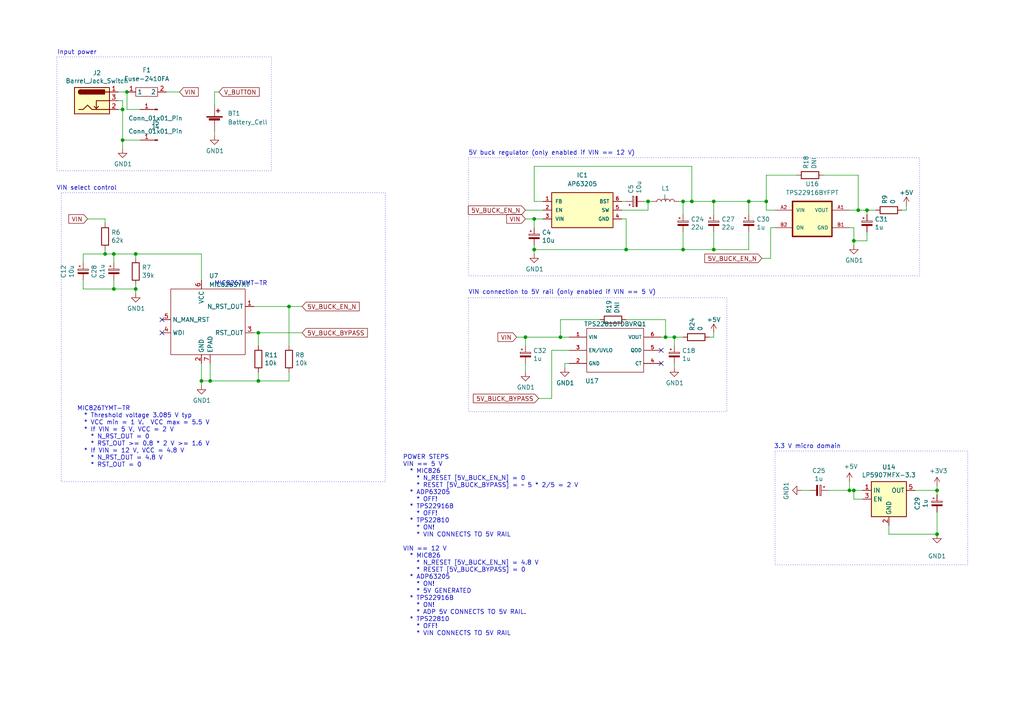
<source format=kicad_sch>
(kicad_sch (version 20231120) (generator "eeschema") (generator_version "8.0")
  (paper "A4")
  (lib_symbols
    (symbol "Connector:Barrel_Jack_Switch" (pin_names hide)
      (property "Reference" "J" (at 0 5.334 0))
      (property "Value" "Barrel_Jack_Switch" (at 0 -5.08 0))
      (symbol "Barrel_Jack_Switch_0_1"
        (rectangle (start -5.08 3.81) (end 5.08 -3.81) (stroke (width 0.254)) (fill (type background)))
        (arc (start -3.302 3.175) (mid -3.9343 2.54) (end -3.302 1.905) (stroke (width 0.254)))
        (arc (start -3.302 3.175) (mid -3.9343 2.54) (end -3.302 1.905) (stroke (width 0.254)) (fill (type outline)))
        (polyline (pts (xy 1.27 -2.286) (xy 1.905 -1.651)) (stroke (width 0.254)))
        (polyline (pts (xy 5.08 2.54) (xy 3.81 2.54)) (stroke (width 0.254)))
        (polyline (pts (xy 5.08 0) (xy 1.27 0) (xy 1.27 -2.286) (xy 0.635 -1.651)) (stroke (width 0.254)))
        (polyline (pts (xy -3.81 -2.54) (xy -2.54 -2.54) (xy -1.27 -1.27) (xy 0 -2.54) (xy 2.54 -2.54) (xy 5.08 -2.54)) (stroke (width 0.254)))
        (rectangle (start 3.683 3.175) (end -3.302 1.905) (stroke (width 0.254)) (fill (type outline)))
      )
      (symbol "Barrel_Jack_Switch_1_1"
        (pin passive line (at 7.62 2.54 180) (length 2.54) (name "~") (number "1"))
        (pin passive line (at 7.62 -2.54 180) (length 2.54) (name "~") (number "2"))
        (pin passive line (at 7.62 0 180) (length 2.54) (name "~") (number "3"))
      )
    )
    (symbol "Connector:Conn_01x01_Pin" (pin_names (offset 1.016) hide)
      (property "Reference" "J" (at 0 2.54 0))
      (property "Value" "Conn_01x01_Pin" (at 0 -2.54 0))
      (symbol "Conn_01x01_Pin_1_1"
        (polyline (pts (xy 1.27 0) (xy 0.8636 0)) (stroke (width 0.1524)))
        (rectangle (start 0.8636 0.127) (end 0 -0.127) (stroke (width 0.1524)) (fill (type outline)))
        (pin passive line (at 5.08 0 180) (length 3.81) (name "Pin_1") (number "1"))
      )
    )
    (symbol "Device:Battery_Cell" (pin_numbers hide) (pin_names (offset 0) hide)
      (property "Reference" "BT" (at 2.54 2.54 0))
      (property "Value" "Battery_Cell" (at 2.54 0 0))
      (symbol "Battery_Cell_0_1"
        (rectangle (start -2.286 1.778) (end 2.286 1.524) (fill (type outline)))
        (rectangle (start -1.5748 1.1938) (end 1.4732 0.6858) (fill (type outline)))
        (polyline (pts (xy 0 0.762) (xy 0 0)))
        (polyline (pts (xy 0 1.778) (xy 0 2.54)))
        (polyline (pts (xy 0.508 3.429) (xy 1.524 3.429)) (stroke (width 0.254)))
        (polyline (pts (xy 1.016 3.937) (xy 1.016 2.921)) (stroke (width 0.254)))
      )
      (symbol "Battery_Cell_1_1"
        (pin passive line (at 0 5.08 270) (length 2.54) (name "+") (number "1"))
        (pin passive line (at 0 -2.54 90) (length 2.54) (name "-") (number "2"))
      )
    )
    (symbol "Device:L" (pin_numbers hide) (pin_names (offset 1.016) hide)
      (property "Reference" "L" (at -1.27 0 90))
      (property "Value" "L" (at 1.905 0 90))
      (symbol "L_0_1"
        (arc (start 0 -2.54) (mid 0.6323 -1.905) (end 0 -1.27))
        (arc (start 0 -1.27) (mid 0.6323 -0.635) (end 0 0))
        (arc (start 0 0) (mid 0.6323 0.635) (end 0 1.27))
        (arc (start 0 1.27) (mid 0.6323 1.905) (end 0 2.54))
      )
      (symbol "L_1_1"
        (pin passive line (at 0 3.81 270) (length 1.27) (name "1") (number "1"))
        (pin passive line (at 0 -3.81 90) (length 1.27) (name "2") (number "2"))
      )
    )
    (symbol "Device:R" (pin_numbers hide) (pin_names (offset 0))
      (property "Reference" "R" (at 2.032 0 90))
      (property "Value" "R" (at 0 0 90))
      (symbol "R_0_1"
        (rectangle (start -1.016 -2.54) (end 1.016 2.54) (stroke (width 0.254)))
      )
      (symbol "R_1_1"
        (pin passive line (at 0 3.81 270) (length 1.27) (name "~") (number "1"))
        (pin passive line (at 0 -3.81 90) (length 1.27) (name "~") (number "2"))
      )
    )
    (symbol "Regulator_Linear:LP5907MFX-3.3"
      (property "Reference" "U" (at -3.81 6.35 0))
      (property "Value" "LP5907MFX-3.3" (at 6.35 6.35 0))
      (symbol "LP5907MFX-3.3_0_1"
        (rectangle (start -5.08 -5.08) (end 5.08 5.08) (stroke (width 0.254)) (fill (type background)))
        (pin power_in line (at -7.62 2.54 0) (length 2.54) (name "IN") (number "1"))
        (pin power_in line (at 0 -7.62 90) (length 2.54) (name "GND") (number "2"))
        (pin input line (at -7.62 0 0) (length 2.54) (name "EN") (number "3"))
        (pin no_connect line (at 5.08 0 180) (length 2.54) hide (name "NC") (number "4"))
        (pin power_out line (at 7.62 2.54 180) (length 2.54) (name "OUT") (number "5"))
      )
    )
    (symbol "power:+5V" (power) (pin_names (offset 0))
      (property "Value" "+5V" (at 0 3.556 0))
      (symbol "+5V_0_1"
        (polyline (pts (xy -0.762 1.27) (xy 0 2.54)))
        (polyline (pts (xy 0 0) (xy 0 2.54)))
        (polyline (pts (xy 0 2.54) (xy 0.762 1.27)))
      )
      (symbol "+5V_1_1"
        (pin power_in line (at 0 0 90) (length 0) hide (name "+5V") (number "1"))
      )
    )
    (symbol "power:GND1" (power) (pin_names (offset 0))
      (property "Value" "GND1" (at 0 -3.81 0))
      (symbol "GND1_0_1"
        (polyline (pts (xy 0 0) (xy 0 -1.27) (xy 1.27 -1.27) (xy 0 -2.54) (xy -1.27 -1.27) (xy 0 -1.27)))
      )
      (symbol "GND1_1_1"
        (pin power_in line (at 0 0 270) (length 0) hide (name "GND1") (number "1"))
      )
    )
    (symbol "spudglo_driver_v3p1-rescue:+3.3V-power" (power) (pin_names (offset 0))
      (property "Value" "+3.3V-power" (at 0 3.556 0))
      (symbol "+3.3V-power_0_1"
        (polyline (pts (xy -0.762 1.27) (xy 0 2.54)))
        (polyline (pts (xy 0 0) (xy 0 2.54)))
        (polyline (pts (xy 0 2.54) (xy 0.762 1.27)))
      )
      (symbol "+3.3V-power_1_1"
        (pin power_in line (at 0 0 90) (length 0) hide (name "+3V3") (number "1"))
      )
    )
    (symbol "spudglo_driver_v3p1-rescue:CP_Small-Device" (pin_numbers hide) (pin_names (offset 0.254) hide)
      (property "Reference" "C" (at 0.254 1.778 0))
      (property "Value" "CP_Small-Device" (at 0.254 -2.032 0))
      (symbol "CP_Small-Device_0_1"
        (rectangle (start -1.524 -0.3048) (end 1.524 -0.6858) (fill (type outline)))
        (rectangle (start -1.524 0.6858) (end 1.524 0.3048))
        (polyline (pts (xy -1.27 1.524) (xy -0.762 1.524)))
        (polyline (pts (xy -1.016 1.27) (xy -1.016 1.778)))
      )
      (symbol "CP_Small-Device_1_1"
        (pin passive line (at 0 2.54 270) (length 1.8542) (name "~") (number "1"))
        (pin passive line (at 0 -2.54 90) (length 1.8542) (name "~") (number "2"))
      )
    )
    (symbol "srw_custom:AP63205" (pin_names (offset 1.016))
      (property "Reference" "IC" (at 0 6.35 0))
      (property "Value" "AP63205" (at 0 -6.35 0))
      (symbol "AP63205_0_0"
        (rectangle (start -8.89 -5.08) (end 8.89 5.08) (stroke (width 0.254)) (fill (type background)))
        (pin bidirectional line (at -11.43 2.54 0) (length 2.54) (name "FB") (number "1"))
        (pin bidirectional line (at -11.43 0 0) (length 2.54) (name "EN") (number "2"))
        (pin bidirectional line (at -11.43 -2.54 0) (length 2.54) (name "VIN") (number "3"))
        (pin bidirectional line (at 11.43 -2.54 180) (length 2.54) (name "GND") (number "4"))
        (pin bidirectional line (at 11.43 0 180) (length 2.54) (name "SW") (number "5"))
        (pin bidirectional line (at 11.43 2.54 180) (length 2.54) (name "BST") (number "6"))
      )
    )
    (symbol "srw_custom:Fuse-2410FA"
      (property "Reference" "F" (at 0 0 0))
      (property "Value" "Fuse-2410FA" (at 0 2.54 0))
      (symbol "Fuse-2410FA_0_1"
        (rectangle (start 0 -2.54) (end 6.35 -5.08))
      )
      (symbol "Fuse-2410FA_1_1"
        (pin input line (at -2.54 -3.81 0) (length 2.54) (name "1") (number "1"))
        (pin input line (at 8.89 -3.81 180) (length 2.54) (name "2") (number "2"))
      )
    )
    (symbol "srw_custom:MIC826SYMT"
      (property "Reference" "U" (at -1.778 2.54 0))
      (symbol "MIC826SYMT_1_1"
        (rectangle (start 0 0) (end 21.59 -19.05))
        (pin input line (at 24.13 -5.08 180) (length 2.54) (name "N_RST_OUT") (number "1"))
        (pin input line (at 8.89 -21.59 90) (length 2.54) (name "GND") (number "2"))
        (pin input line (at 24.13 -12.7 180) (length 2.54) (name "RST_OUT") (number "3"))
        (pin input line (at -2.54 -12.7 0) (length 2.54) (name "WDI") (number "4"))
        (pin input line (at -2.54 -8.89 0) (length 2.54) (name "N_MAN_RST") (number "5"))
        (pin input line (at 8.89 2.54 270) (length 2.54) (name "VCC") (number "6"))
        (pin input line (at 11.43 -21.59 90) (length 2.54) (name "EPAD") (number "7"))
      )
    )
    (symbol "srw_custom:TPS22810TDBVRQ1"
      (property "Reference" "U" (at -1.778 1.778 0))
      (symbol "TPS22810TDBVRQ1_0_0"
        (pin bidirectional line (at -5.08 -2.54 0) (length 5.08) (name "VIN") (number "1"))
        (pin bidirectional line (at -5.08 -10.16 0) (length 5.08) (name "GND") (number "2"))
        (pin bidirectional line (at -5.08 -6.35 0) (length 5.08) (name "EN/UVLO") (number "3"))
        (pin bidirectional line (at 21.59 -10.16 180) (length 5.08) (name "CT") (number "4"))
        (pin bidirectional line (at 21.59 -6.35 180) (length 5.08) (name "QOD") (number "5"))
        (pin bidirectional line (at 21.59 -2.54 180) (length 5.08) (name "VOUT") (number "6"))
      )
      (symbol "TPS22810TDBVRQ1_1_1"
        (rectangle (start 0 0) (end 16.51 -12.7))
      )
    )
    (symbol "srw_custom:TPS22916BYFPT" (pin_names (offset 1.016))
      (property "Reference" "U" (at -17.8193 8.6391 0))
      (property "Value" "TPS22916BYFPT" (at -29.464 -5.842 0))
      (symbol "TPS22916BYFPT_0_0"
        (rectangle (start -17.78 7.62) (end -6.35 -2.54) (stroke (width 0.41)) (fill (type background)))
        (pin output line (at -1.27 5.08 180) (length 5.08) (name "VOUT") (number "A1"))
        (pin input line (at -22.86 5.08 0) (length 5.08) (name "VIN") (number "A2"))
        (pin power_in line (at -1.27 0 180) (length 5.08) (name "GND") (number "B1"))
        (pin bidirectional line (at -22.86 0 0) (length 5.08) (name "ON") (number "B2"))
      )
    )
  )
  (junction (at 207.01 72.39))
  (junction (at 83.82 88.9))
  (junction (at 36.83 26.67))
  (junction (at 152.4 97.79))
  (junction (at 195.58 97.79))
  (junction (at 33.02 73.66))
  (junction (at 193.04 97.79))
  (junction (at 154.94 63.5))
  (junction (at 207.01 58.42))
  (junction (at 74.93 96.52))
  (junction (at 246.38 142.24))
  (junction (at 58.42 110.49))
  (junction (at 154.94 72.39))
  (junction (at 39.37 73.66))
  (junction (at 33.02 83.82))
  (junction (at 247.65 142.24))
  (junction (at 248.92 60.96))
  (junction (at 35.56 31.75))
  (junction (at 200.66 58.42))
  (junction (at 60.96 110.49))
  (junction (at 35.56 40.64))
  (junction (at 30.48 73.66))
  (junction (at 271.78 154.94))
  (junction (at 198.12 72.39))
  (junction (at 162.56 97.79))
  (junction (at 271.78 142.24))
  (junction (at 39.37 83.82))
  (junction (at 247.65 69.85))
  (junction (at 198.12 58.42))
  (junction (at 187.96 58.42))
  (junction (at 222.25 58.42))
  (junction (at 251.46 60.96))
  (junction (at 217.17 58.42))
  (junction (at 74.93 110.49))
  (junction (at 181.61 72.39))
  (no_connect (at 191.77 101.6))
  (no_connect (at 46.99 92.71))
  (no_connect (at 191.77 105.41))
  (no_connect (at 46.99 96.52))
  (wire (pts (xy 33.02 73.66) (xy 39.37 73.66)))
  (wire (pts (xy 33.02 83.82) (xy 24.13 83.82)))
  (wire (pts (xy 222.25 60.96) (xy 224.79 60.96)))
  (wire (pts (xy 207.01 97.79) (xy 207.01 96.52)))
  (wire (pts (xy 33.02 81.28) (xy 33.02 83.82)))
  (wire (pts (xy 247.65 66.04) (xy 247.65 69.85)))
  (wire (pts (xy 40.64 31.75) (xy 36.83 31.75)))
  (wire (pts (xy 33.02 83.82) (xy 39.37 83.82)))
  (wire (pts (xy 83.82 107.95) (xy 83.82 110.49)))
  (wire (pts (xy 251.46 69.85) (xy 247.65 69.85)))
  (wire (pts (xy 257.81 152.4) (xy 257.81 154.94)))
  (wire (pts (xy 251.46 62.23) (xy 251.46 60.96)))
  (wire (pts (xy 193.04 97.79) (xy 195.58 97.79)))
  (wire (pts (xy 271.78 142.24) (xy 265.43 142.24)))
  (wire (pts (xy 35.56 40.64) (xy 40.64 40.64)))
  (wire (pts (xy 154.94 63.5) (xy 157.48 63.5)))
  (wire (pts (xy 58.42 110.49) (xy 58.42 111.76)))
  (wire (pts (xy 33.02 73.66) (xy 33.02 76.2)))
  (wire (pts (xy 180.34 58.42) (xy 181.61 58.42)))
  (wire (pts (xy 181.61 63.5) (xy 180.34 63.5)))
  (wire (pts (xy 39.37 82.55) (xy 39.37 83.82)))
  (wire (pts (xy 162.56 97.79) (xy 165.1 97.79)))
  (wire (pts (xy 154.94 48.26) (xy 200.66 48.26)))
  (wire (pts (xy 246.38 66.04) (xy 247.65 66.04)))
  (wire (pts (xy 196.85 58.42) (xy 198.12 58.42)))
  (wire (pts (xy 30.48 64.77) (xy 30.48 63.5)))
  (wire (pts (xy 217.17 62.23) (xy 217.17 58.42)))
  (wire (pts (xy 34.29 26.67) (xy 36.83 26.67)))
  (wire (pts (xy 74.93 107.95) (xy 74.93 110.49)))
  (wire (pts (xy 232.41 142.24) (xy 234.95 142.24)))
  (wire (pts (xy 163.83 105.41) (xy 165.1 105.41)))
  (wire (pts (xy 73.66 96.52) (xy 74.93 96.52)))
  (wire (pts (xy 251.46 60.96) (xy 254 60.96)))
  (wire (pts (xy 223.52 66.04) (xy 224.79 66.04)))
  (wire (pts (xy 246.38 60.96) (xy 248.92 60.96)))
  (wire (pts (xy 217.17 58.42) (xy 222.25 58.42)))
  (wire (pts (xy 39.37 73.66) (xy 39.37 74.93)))
  (wire (pts (xy 246.38 139.7) (xy 246.38 142.24)))
  (wire (pts (xy 60.96 105.41) (xy 60.96 110.49)))
  (wire (pts (xy 195.58 97.79) (xy 195.58 100.33)))
  (wire (pts (xy 181.61 92.71) (xy 193.04 92.71)))
  (wire (pts (xy 163.83 106.68) (xy 163.83 105.41)))
  (wire (pts (xy 198.12 67.31) (xy 198.12 72.39)))
  (wire (pts (xy 160.02 115.57) (xy 160.02 101.6)))
  (wire (pts (xy 83.82 100.33) (xy 83.82 88.9)))
  (wire (pts (xy 217.17 72.39) (xy 217.17 67.31)))
  (wire (pts (xy 154.94 72.39) (xy 154.94 73.66)))
  (wire (pts (xy 58.42 105.41) (xy 58.42 110.49)))
  (wire (pts (xy 74.93 110.49) (xy 83.82 110.49)))
  (wire (pts (xy 262.89 59.69) (xy 262.89 60.96)))
  (wire (pts (xy 250.19 142.24) (xy 247.65 142.24)))
  (wire (pts (xy 247.65 144.78) (xy 247.65 142.24)))
  (wire (pts (xy 60.96 110.49) (xy 74.93 110.49)))
  (wire (pts (xy 149.86 97.79) (xy 152.4 97.79)))
  (wire (pts (xy 154.94 66.04) (xy 154.94 63.5)))
  (wire (pts (xy 48.26 26.67) (xy 52.07 26.67)))
  (wire (pts (xy 74.93 96.52) (xy 74.93 100.33)))
  (wire (pts (xy 261.62 60.96) (xy 262.89 60.96)))
  (wire (pts (xy 191.77 97.79) (xy 193.04 97.79)))
  (wire (pts (xy 207.01 72.39) (xy 217.17 72.39)))
  (wire (pts (xy 39.37 83.82) (xy 39.37 85.09)))
  (wire (pts (xy 248.92 60.96) (xy 251.46 60.96)))
  (wire (pts (xy 74.93 96.52) (xy 87.63 96.52)))
  (wire (pts (xy 205.74 97.79) (xy 207.01 97.79)))
  (wire (pts (xy 30.48 72.39) (xy 30.48 73.66)))
  (wire (pts (xy 35.56 31.75) (xy 35.56 29.21)))
  (wire (pts (xy 35.56 29.21) (xy 34.29 29.21)))
  (wire (pts (xy 257.81 154.94) (xy 271.78 154.94)))
  (wire (pts (xy 187.96 58.42) (xy 189.23 58.42)))
  (wire (pts (xy 271.78 143.51) (xy 271.78 142.24)))
  (wire (pts (xy 152.4 100.33) (xy 152.4 97.79)))
  (wire (pts (xy 160.02 101.6) (xy 165.1 101.6)))
  (wire (pts (xy 207.01 67.31) (xy 207.01 72.39)))
  (wire (pts (xy 62.23 30.48) (xy 62.23 26.67)))
  (wire (pts (xy 24.13 76.2) (xy 24.13 73.66)))
  (wire (pts (xy 250.19 144.78) (xy 247.65 144.78)))
  (wire (pts (xy 173.99 92.71) (xy 162.56 92.71)))
  (wire (pts (xy 198.12 72.39) (xy 207.01 72.39)))
  (wire (pts (xy 39.37 73.66) (xy 58.42 73.66)))
  (wire (pts (xy 34.29 31.75) (xy 35.56 31.75)))
  (wire (pts (xy 62.23 26.67) (xy 63.5 26.67)))
  (wire (pts (xy 246.38 142.24) (xy 240.03 142.24)))
  (wire (pts (xy 62.23 38.1) (xy 62.23 39.37)))
  (wire (pts (xy 152.4 63.5) (xy 154.94 63.5)))
  (wire (pts (xy 24.13 73.66) (xy 30.48 73.66)))
  (wire (pts (xy 35.56 40.64) (xy 35.56 43.18)))
  (wire (pts (xy 152.4 97.79) (xy 162.56 97.79)))
  (wire (pts (xy 248.92 60.96) (xy 248.92 50.8)))
  (wire (pts (xy 181.61 63.5) (xy 181.61 72.39)))
  (wire (pts (xy 35.56 31.75) (xy 35.56 40.64)))
  (wire (pts (xy 200.66 58.42) (xy 207.01 58.42)))
  (wire (pts (xy 222.25 58.42) (xy 222.25 60.96)))
  (wire (pts (xy 248.92 50.8) (xy 238.76 50.8)))
  (wire (pts (xy 30.48 73.66) (xy 33.02 73.66)))
  (wire (pts (xy 207.01 58.42) (xy 217.17 58.42)))
  (wire (pts (xy 181.61 72.39) (xy 198.12 72.39)))
  (wire (pts (xy 223.52 66.04) (xy 223.52 74.93)))
  (wire (pts (xy 251.46 67.31) (xy 251.46 69.85)))
  (wire (pts (xy 36.83 31.75) (xy 36.83 26.67)))
  (wire (pts (xy 198.12 58.42) (xy 198.12 62.23)))
  (wire (pts (xy 156.21 115.57) (xy 160.02 115.57)))
  (wire (pts (xy 154.94 58.42) (xy 157.48 58.42)))
  (wire (pts (xy 154.94 72.39) (xy 181.61 72.39)))
  (wire (pts (xy 271.78 148.59) (xy 271.78 154.94)))
  (wire (pts (xy 180.34 60.96) (xy 187.96 60.96)))
  (wire (pts (xy 152.4 60.96) (xy 157.48 60.96)))
  (wire (pts (xy 271.78 142.24) (xy 271.78 140.97)))
  (wire (pts (xy 154.94 71.12) (xy 154.94 72.39)))
  (wire (pts (xy 58.42 73.66) (xy 58.42 81.28)))
  (wire (pts (xy 195.58 105.41) (xy 195.58 106.68)))
  (wire (pts (xy 154.94 48.26) (xy 154.94 58.42)))
  (wire (pts (xy 247.65 142.24) (xy 246.38 142.24)))
  (wire (pts (xy 222.25 58.42) (xy 222.25 50.8)))
  (wire (pts (xy 58.42 110.49) (xy 60.96 110.49)))
  (wire (pts (xy 73.66 88.9) (xy 83.82 88.9)))
  (wire (pts (xy 195.58 97.79) (xy 198.12 97.79)))
  (wire (pts (xy 193.04 92.71) (xy 193.04 97.79)))
  (wire (pts (xy 207.01 58.42) (xy 207.01 62.23)))
  (wire (pts (xy 162.56 92.71) (xy 162.56 97.79)))
  (wire (pts (xy 222.25 50.8) (xy 231.14 50.8)))
  (wire (pts (xy 186.69 58.42) (xy 187.96 58.42)))
  (wire (pts (xy 24.13 83.82) (xy 24.13 81.28)))
  (wire (pts (xy 152.4 105.41) (xy 152.4 107.95)))
  (wire (pts (xy 187.96 60.96) (xy 187.96 58.42)))
  (wire (pts (xy 200.66 48.26) (xy 200.66 58.42)))
  (wire (pts (xy 220.98 74.93) (xy 223.52 74.93)))
  (wire (pts (xy 83.82 88.9) (xy 87.63 88.9)))
  (wire (pts (xy 247.65 69.85) (xy 247.65 71.12)))
  (wire (pts (xy 198.12 58.42) (xy 200.66 58.42)))
  (wire (pts (xy 25.4 63.5) (xy 30.48 63.5)))
  (rectangle (start 135.89 45.72) (end 266.7 80.01) (stroke (width 0) (type dot)))
  (rectangle (start 16.51 16.51) (end 78.74 49.53) (stroke (width 0) (type dot)))
  (rectangle (start 135.89 86.36) (end 210.82 119.38) (stroke (width 0) (type dot)))
  (rectangle (start 17.78 55.88) (end 111.76 139.7) (stroke (width 0) (type dot)))
  (rectangle (start 224.79 130.81) (end 280.67 163.83) (stroke (width 0) (type dot)))
  (text "VIN select control" (at 25.146 54.61 0) (effects (font (size 1.27 1.27))))
  (text "VIN connection to 5V rail (only enabled if VIN == 5 V)" (at 163.068 84.836 0) (effects (font (size 1.27 1.27))))
  (text "5V buck regulator (only enabled if VIN == 12 V)" (at 160.02 44.45 0) (effects (font (size 1.27 1.27))))
  (text "MIC826TYMT-TR" (at 69.85 82.296 0) (effects (font (size 1.27 1.27))))
  (text "POWER STEPS\nVIN == 5 V\n  * MIC826\n    * N_RESET [5V_BUCK_EN_N] = 0\n    * RESET [5V_BUCK_BYPASS] = ~ 5 * 2/5 = 2 V\n  * ADP63205\n    * OFF! \n  * TPS22916B\n    * OFF! \n  * TPS22810\n    * ON!  \n    * VIN CONNECTS TO 5V RAIL\n\nVIN == 12 V\n  * MIC826 \n    * N_RESET [5V_BUCK_EN_N] = 4.8 V\n    * RESET [5V_BUCK_BYPASS] = 0\n  * ADP63205\n    * ON! \n    * 5V GENERATED\n  * TPS22916B\n    * ON!\n    * ADP 5V CONNECTS TO 5V RAIL.\n  * TPS22810\n    * OFF!  \n    * VIN CONNECTS TO 5V RAIL" (at 116.84 158.242 0) (effects (font (size 1.27 1.27)) (justify left)))
  (text "Input power\n" (at 22.352 15.24 0) (effects (font (size 1.27 1.27))))
  (text "MIC826TYMT-TR\n  * Threshold voltage 3.085 V typ\n  * VCC min = 1 V.  VCC max = 5.5 V\n  * If VIN = 5 V, VCC = 2 V\n    * N_RST_OUT = 0 \n    * RST_OUT >= 0.8 * 2 V >= 1.6 V\n  * If VIN = 12 V, VCC = 4.8 V\n    * N_RST_OUT = 4.8 V \n    * RST_OUT = 0 \n" (at 22.352 126.746 0) (effects (font (size 1.27 1.27)) (justify left)))
  (text "3.3 V micro domain" (at 234.188 129.54 0) (effects (font (size 1.27 1.27))))
  (global_label "V_BUTTON" (shape input) (at 63.5 26.67 0) (property "Intersheetrefs" "${INTERSHEET_REFS}" (effects (hide yes))))
  (global_label "VIN" (shape input) (at 149.86 97.79 180) (property "Intersheetrefs" "${INTERSHEET_REFS}" (effects (hide yes))))
  (global_label "5V_BUCK_EN_N" (shape input) (at 220.98 74.93 180) (property "Intersheetrefs" "${INTERSHEET_REFS}" (effects (hide yes))))
  (global_label "VIN" (shape input) (at 152.4 63.5 180) (property "Intersheetrefs" "${INTERSHEET_REFS}" (effects (hide yes))))
  (global_label "5V_BUCK_EN_N" (shape input) (at 152.4 60.96 180) (property "Intersheetrefs" "${INTERSHEET_REFS}" (effects (hide yes))))
  (global_label "VIN" (shape input) (at 25.4 63.5 180) (property "Intersheetrefs" "${INTERSHEET_REFS}" (effects (hide yes))))
  (global_label "5V_BUCK_EN_N" (shape input) (at 87.63 88.9 0) (property "Intersheetrefs" "${INTERSHEET_REFS}" (effects (hide yes))))
  (global_label "5V_BUCK_BYPASS" (shape input) (at 156.21 115.57 180) (property "Intersheetrefs" "${INTERSHEET_REFS}" (effects (hide yes))))
  (global_label "5V_BUCK_BYPASS" (shape input) (at 87.63 96.52 0) (property "Intersheetrefs" "${INTERSHEET_REFS}" (effects (hide yes))))
  (global_label "VIN" (shape input) (at 52.07 26.67 0) (property "Intersheetrefs" "${INTERSHEET_REFS}" (effects (hide yes))))
  (symbol (lib_id "power:GND1") (at 154.94 73.66 0) (unit 1)
    (property "Reference" "#PWR029" (effects (hide yes)))
    (property "Value" "GND1" (at 155.067 78.0542 0))
  )
  (symbol (lib_id "srw_custom:TPS22810TDBVRQ1") (at 170.18 95.25 0) (unit 1)
    (property "Reference" "U17" (at 171.704 110.49 0))
    (property "Value" "TPS22810TDBVRQ1" (at 178.435 93.98 0))
    (property "Footprint" "srw_custom:TPS22810TDBVRQ1" (effects (hide yes)))
  )
  (symbol (lib_id "Connector:Conn_01x01_Pin") (at 45.72 40.64 180) (unit 1)
    (property "Reference" "J5" (at 45.085 35.56 0))
    (property "Value" "Conn_01x01_Pin" (at 45.085 38.1 0))
    (property "Footprint" "Connector_Pin:Pin_D1.3mm_L11.0mm_LooseFit" (effects (hide yes)))
    (property "Description" "Generic connector, single row, 01x01, script generated" (effects (hide yes)))
  )
  (symbol (lib_id "spudglo_driver_v3p1-rescue:CP_Small-Device") (at 152.4 102.87 0) (unit 1)
    (property "Reference" "C32" (at 154.6352 101.7016 0) (effects (justify left)))
    (property "Value" "1u" (at 154.6352 104.013 0) (effects (justify left)))
    (property "Footprint" "Capacitor_SMD:C_0402_1005Metric_Pad0.74x0.62mm_HandSolder" (effects (hide yes)))
  )
  (symbol (lib_id "spudglo_driver_v3p1-rescue:CP_Small-Device") (at 195.58 102.87 0) (unit 1)
    (property "Reference" "C18" (at 197.8152 101.7016 0) (effects (justify left)))
    (property "Value" "1u" (at 197.8152 104.013 0) (effects (justify left)))
    (property "Footprint" "Capacitor_SMD:C_0402_1005Metric_Pad0.74x0.62mm_HandSolder" (effects (hide yes)))
  )
  (symbol (lib_id "spudglo_driver_v3p1-rescue:CP_Small-Device") (at 237.49 142.24 270) (unit 1)
    (property "Reference" "C25" (at 237.49 136.525 90))
    (property "Value" "1u" (at 237.49 138.8364 90))
    (property "Footprint" "Capacitor_SMD:C_0402_1005Metric_Pad0.74x0.62mm_HandSolder" (effects (hide yes)))
  )
  (symbol (lib_id "Device:Battery_Cell") (at 62.23 35.56 0) (unit 1)
    (property "Reference" "BT1" (at 66.04 32.893 0) (effects (justify left)))
    (property "Value" "Battery_Cell" (at 66.04 35.433 0) (effects (justify left)))
    (property "Footprint" "Battery:BatteryHolder_Keystone_500" (effects (hide yes)))
  )
  (symbol (lib_id "spudglo_driver_v3p1-rescue:CP_Small-Device") (at 33.02 78.74 0) (unit 1)
    (property "Reference" "C28" (at 27.305 78.74 90))
    (property "Value" "0.1u" (at 29.6164 78.74 90))
    (property "Footprint" "Capacitor_SMD:C_0402_1005Metric_Pad0.74x0.62mm_HandSolder" (effects (hide yes)))
  )
  (symbol (lib_id "power:GND1") (at 163.83 106.68 0) (unit 1)
    (property "Reference" "#PWR035" (effects (hide yes)))
    (property "Value" "GND1" (at 163.957 111.0742 0))
  )
  (symbol (lib_id "Device:R") (at 30.48 68.58 0) (unit 1)
    (property "Reference" "R6" (at 32.258 67.4116 0) (effects (justify left)))
    (property "Value" "62k" (at 32.258 69.723 0) (effects (justify left)))
    (property "Footprint" "Resistor_SMD:R_0402_1005Metric_Pad0.72x0.64mm_HandSolder" (effects (hide yes)))
  )
  (symbol (lib_id "Device:R") (at 74.93 104.14 0) (unit 1)
    (property "Reference" "R11" (at 76.708 102.9716 0) (effects (justify left)))
    (property "Value" "10k" (at 76.708 105.283 0) (effects (justify left)))
    (property "Footprint" "Resistor_SMD:R_0402_1005Metric_Pad0.72x0.64mm_HandSolder" (effects (hide yes)))
  )
  (symbol (lib_id "power:GND1") (at 58.42 111.76 0) (unit 1)
    (property "Reference" "#PWR033" (effects (hide yes)))
    (property "Value" "GND1" (at 58.547 116.1542 0))
  )
  (symbol (lib_id "power:+5V") (at 207.01 96.52 0) (unit 1)
    (property "Reference" "#PWR024" (effects (hide yes)))
    (property "Value" "+5V" (at 207.01 92.71 0))
  )
  (symbol (lib_id "spudglo_driver_v3p1-rescue:CP_Small-Device") (at 184.15 58.42 90) (unit 1)
    (property "Reference" "C5" (at 182.9816 56.1848 0) (effects (justify left)))
    (property "Value" "10u" (at 185.293 56.1848 0) (effects (justify left)))
    (property "Footprint" "Capacitor_SMD:C_0402_1005Metric_Pad0.74x0.62mm_HandSolder" (effects (hide yes)))
  )
  (symbol (lib_id "Device:R") (at 234.95 50.8 90) (unit 1)
    (property "Reference" "R18" (at 233.7816 49.022 0) (effects (justify left)))
    (property "Value" "DNI" (at 236.093 49.022 0) (effects (justify left)))
    (property "Footprint" "Resistor_SMD:R_0402_1005Metric_Pad0.72x0.64mm_HandSolder" (effects (hide yes)))
  )
  (symbol (lib_id "Regulator_Linear:LP5907MFX-3.3") (at 257.81 144.78 0) (unit 1)
    (property "Reference" "U14" (at 257.81 135.4582 0))
    (property "Value" "LP5907MFX-3.3" (at 257.81 137.7696 0))
    (property "Footprint" "Package_TO_SOT_SMD:SOT-23-5" (effects (hide yes)))
    (property "Datasheet" "http://www.ti.com/lit/ds/symlink/lp5907.pdf" (effects (hide yes)))
  )
  (symbol (lib_id "power:GND1") (at 195.58 106.68 0) (unit 1)
    (property "Reference" "#PWR030" (effects (hide yes)))
    (property "Value" "GND1" (at 195.707 111.0742 0))
  )
  (symbol (lib_id "Device:R") (at 177.8 92.71 90) (unit 1)
    (property "Reference" "R19" (at 176.6316 90.932 0) (effects (justify left)))
    (property "Value" "DNI" (at 178.943 90.932 0) (effects (justify left)))
    (property "Footprint" "Resistor_SMD:R_0402_1005Metric_Pad0.72x0.64mm_HandSolder" (effects (hide yes)))
  )
  (symbol (lib_id "srw_custom:AP63205") (at 168.91 60.96 0) (unit 1)
    (property "Reference" "IC1" (at 168.91 50.8 0))
    (property "Value" "AP63205" (at 168.91 53.34 0))
    (property "Footprint" "srw_custom:AP63205" (effects (hide yes)))
    (property "MF" "Diodes Zetex" (effects (hide yes)))
    (property "Description_1" "\nConv DC-DC 3.8V to 32V Synchronous Step Down Single-Out 5V 2A 6-Pin TSOT-26 T/R\n" (effects (hide yes)))
    (property "Package" "None" (effects (hide yes)))
    (property "Price" "None" (effects (hide yes)))
    (property "SnapEDA_Link" "https://www.snapeda.com/parts/AP63205/Zetex/view-part/?ref=snap" (effects (hide yes)))
    (property "MP" "AP63205" (effects (hide yes)))
    (property "Availability" "Not in stock" (effects (hide yes)))
    (property "Check_prices" "https://www.snapeda.com/parts/AP63205/Zetex/view-part/?ref=eda" (effects (hide yes)))
  )
  (symbol (lib_id "spudglo_driver_v3p1-rescue:CP_Small-Device") (at 217.17 64.77 0) (unit 1)
    (property "Reference" "C30" (at 219.4052 63.6016 0) (effects (justify left)))
    (property "Value" "1u" (at 219.4052 65.913 0) (effects (justify left)))
    (property "Footprint" "Capacitor_SMD:C_0402_1005Metric_Pad0.74x0.62mm_HandSolder" (effects (hide yes)))
  )
  (symbol (lib_id "Connector:Barrel_Jack_Switch") (at 26.67 29.21 0) (unit 1)
    (property "Reference" "J2" (at 28.1178 21.1582 0))
    (property "Value" "Barrel_Jack_Switch" (at 28.1178 23.4696 0))
    (property "Footprint" "Connector_BarrelJack:BarrelJack_Wuerth_6941xx301002" (effects (hide yes)))
  )
  (symbol (lib_id "Device:R") (at 39.37 78.74 0) (unit 1)
    (property "Reference" "R7" (at 41.148 77.5716 0) (effects (justify left)))
    (property "Value" "39k" (at 41.148 79.883 0) (effects (justify left)))
    (property "Footprint" "Resistor_SMD:R_0402_1005Metric_Pad0.72x0.64mm_HandSolder" (effects (hide yes)))
  )
  (symbol (lib_id "power:+5V") (at 262.89 59.69 0) (unit 1)
    (property "Reference" "#PWR031" (effects (hide yes)))
    (property "Value" "+5V" (at 262.89 55.88 0))
  )
  (symbol (lib_id "power:GND1") (at 62.23 39.37 0) (unit 1)
    (property "Reference" "#PWR045" (effects (hide yes)))
    (property "Value" "GND1" (at 62.357 43.7642 0))
  )
  (symbol (lib_id "Connector:Conn_01x01_Pin") (at 45.72 31.75 180) (unit 1)
    (property "Reference" "J4" (at 45.085 36.83 0))
    (property "Value" "Conn_01x01_Pin" (at 45.085 34.29 0))
    (property "Footprint" "Connector_Pin:Pin_D1.3mm_L11.0mm_LooseFit" (effects (hide yes)))
    (property "Description" "Generic connector, single row, 01x01, script generated" (effects (hide yes)))
  )
  (symbol (lib_id "spudglo_driver_v3p1-rescue:CP_Small-Device") (at 207.01 64.77 0) (unit 1)
    (property "Reference" "C27" (at 209.2452 63.6016 0) (effects (justify left)))
    (property "Value" "22u" (at 209.2452 65.913 0) (effects (justify left)))
    (property "Footprint" "Capacitor_SMD:C_0402_1005Metric_Pad0.74x0.62mm_HandSolder" (effects (hide yes)))
  )
  (symbol (lib_id "power:+5V") (at 246.38 139.7 0) (unit 1)
    (property "Reference" "#PWR021" (effects (hide yes)))
    (property "Value" "+5V" (at 246.761 135.3058 0))
  )
  (symbol (lib_id "Device:R") (at 83.82 104.14 0) (unit 1)
    (property "Reference" "R8" (at 85.598 102.9716 0) (effects (justify left)))
    (property "Value" "10k" (at 85.598 105.283 0) (effects (justify left)))
    (property "Footprint" "Resistor_SMD:R_0402_1005Metric_Pad0.72x0.64mm_HandSolder" (effects (hide yes)))
  )
  (symbol (lib_id "srw_custom:Fuse-2410FA") (at 39.37 22.86 0) (unit 1)
    (property "Reference" "F1" (at 42.545 20.32 0))
    (property "Value" "Fuse-2410FA" (at 42.545 22.86 0))
    (property "Footprint" "srw_custom:2410FA" (effects (hide yes)))
  )
  (symbol (lib_id "spudglo_driver_v3p1-rescue:CP_Small-Device") (at 251.46 64.77 0) (unit 1)
    (property "Reference" "C31" (at 253.6952 63.6016 0) (effects (justify left)))
    (property "Value" "1u" (at 253.6952 65.913 0) (effects (justify left)))
    (property "Footprint" "Capacitor_SMD:C_0402_1005Metric_Pad0.74x0.62mm_HandSolder" (effects (hide yes)))
  )
  (symbol (lib_id "spudglo_driver_v3p1-rescue:CP_Small-Device") (at 198.12 64.77 0) (unit 1)
    (property "Reference" "C24" (at 200.3552 63.6016 0) (effects (justify left)))
    (property "Value" "22u" (at 200.3552 65.913 0) (effects (justify left)))
    (property "Footprint" "Capacitor_SMD:C_0402_1005Metric_Pad0.74x0.62mm_HandSolder" (effects (hide yes)))
  )
  (symbol (lib_id "power:GND1") (at 152.4 107.95 0) (unit 1)
    (property "Reference" "#PWR028" (effects (hide yes)))
    (property "Value" "GND1" (at 152.527 112.3442 0))
  )
  (symbol (lib_id "power:GND1") (at 35.56 43.18 0) (unit 1)
    (property "Reference" "#PWR019" (effects (hide yes)))
    (property "Value" "GND1" (at 35.687 47.5742 0))
  )
  (symbol (lib_id "Device:R") (at 257.81 60.96 90) (unit 1)
    (property "Reference" "R9" (at 256.6416 59.182 0) (effects (justify left)))
    (property "Value" "0" (at 258.953 59.182 0) (effects (justify left)))
    (property "Footprint" "Resistor_SMD:R_0402_1005Metric_Pad0.72x0.64mm_HandSolder" (effects (hide yes)))
  )
  (symbol (lib_id "srw_custom:TPS22916BYFPT") (at 247.65 66.04 0) (unit 1)
    (property "Reference" "U16" (at 235.585 53.34 0))
    (property "Value" "TPS22916BYFPT" (at 235.585 55.88 0))
    (property "Footprint" "srw_custom:TPS22916BYFPT" (effects (hide yes)))
    (property "Description" "TPS22916 5.5-V, 2-A Ultra-Low Leakage Load Switch 4-DSBGA -40 to 85" (effects (hide yes)))
    (property "MF" "Texas Instruments" (effects (hide yes)))
    (property "PACKAGE" "DSBGA-4 Texas Instruments" (effects (hide yes)))
    (property "PRICE" "0.42 USD" (effects (hide yes)))
    (property "Package" "DSBGA-4 Texas Instruments" (effects (hide yes)))
    (property "Check_prices" "https://www.snapeda.com/parts/TPS22916BYFPT/Texas+Instruments/view-part/?ref=eda" (effects (hide yes)))
    (property "Price" "None" (effects (hide yes)))
    (property "SnapEDA_Link" "https://www.snapeda.com/parts/TPS22916BYFPT/Texas+Instruments/view-part/?ref=snap" (effects (hide yes)))
    (property "MP" "TPS22916BYFPT" (effects (hide yes)))
    (property "Availability" "In Stock" (effects (hide yes)))
    (property "AVAILABILITY" "Unavailable" (effects (hide yes)))
    (property "Description_1" "\n5.5-V, 2-A, 60-mΩ, 10-nA leakage load switch with output discharge\n" (effects (hide yes)))
  )
  (symbol (lib_id "Device:L") (at 193.04 58.42 90) (unit 1)
    (property "Reference" "L1" (at 193.04 54.61 90))
    (property "Value" "L" (at 193.04 57.15 90))
    (property "Footprint" "Inductor_SMD:L_1008_2520Metric_Pad1.43x2.20mm_HandSolder" (effects (hide yes)))
    (property "Datasheet" "CIGT252010EH2R2MNE" (effects (hide yes)))
  )
  (symbol (lib_id "power:GND1") (at 247.65 71.12 0) (unit 1)
    (property "Reference" "#PWR034" (effects (hide yes)))
    (property "Value" "GND1" (at 247.777 75.5142 0))
  )
  (symbol (lib_id "power:GND1") (at 271.78 154.94 0) (unit 1)
    (property "Reference" "#PWR023" (effects (hide yes)))
    (property "Value" "GND1" (at 271.78 161.29 0))
  )
  (symbol (lib_id "Device:R") (at 201.93 97.79 90) (unit 1)
    (property "Reference" "R24" (at 200.7616 96.012 0) (effects (justify left)))
    (property "Value" "0" (at 203.073 96.012 0) (effects (justify left)))
    (property "Footprint" "Resistor_SMD:R_0402_1005Metric_Pad0.72x0.64mm_HandSolder" (effects (hide yes)))
  )
  (symbol (lib_id "power:GND1") (at 232.41 142.24 270) (unit 1)
    (property "Reference" "#PWR03" (effects (hide yes)))
    (property "Value" "GND1" (at 228.0158 142.367 0))
  )
  (symbol (lib_id "spudglo_driver_v3p1-rescue:+3.3V-power") (at 271.78 140.97 0) (unit 1)
    (property "Reference" "#PWR022" (effects (hide yes)))
    (property "Value" "+3V3" (at 272.161 136.5758 0))
  )
  (symbol (lib_id "spudglo_driver_v3p1-rescue:CP_Small-Device") (at 24.13 78.74 0) (unit 1)
    (property "Reference" "C12" (at 18.415 78.74 90))
    (property "Value" "10u" (at 20.7264 78.74 90))
    (property "Footprint" "Capacitor_SMD:C_0402_1005Metric_Pad0.74x0.62mm_HandSolder" (effects (hide yes)))
  )
  (symbol (lib_id "power:GND1") (at 39.37 85.09 0) (unit 1)
    (property "Reference" "#PWR01" (effects (hide yes)))
    (property "Value" "GND1" (at 39.497 89.4842 0))
  )
  (symbol (lib_id "spudglo_driver_v3p1-rescue:CP_Small-Device") (at 271.78 146.05 0) (unit 1)
    (property "Reference" "C29" (at 266.065 146.05 90))
    (property "Value" "1u" (at 268.3764 146.05 90))
    (property "Footprint" "Capacitor_SMD:C_0402_1005Metric_Pad0.74x0.62mm_HandSolder" (effects (hide yes)))
  )
  (symbol (lib_id "srw_custom:MIC826SYMT") (at 49.53 83.82 0) (unit 1)
    (property "Reference" "U7" (at 60.6141 80.01 0) (effects (justify left)))
    (property "Value" "MIC826SYMT" (at 60.6141 82.55 0) (effects (justify left)))
    (property "Footprint" "srw_custom:MIC826SYMT" (effects (hide yes)))
  )
  (symbol (lib_id "spudglo_driver_v3p1-rescue:CP_Small-Device") (at 154.94 68.58 0) (unit 1)
    (property "Reference" "C4" (at 157.1752 67.4116 0) (effects (justify left)))
    (property "Value" "10u" (at 157.1752 69.723 0) (effects (justify left)))
    (property "Footprint" "Capacitor_SMD:C_0402_1005Metric_Pad0.74x0.62mm_HandSolder" (effects (hide yes)))
  )
)
</source>
